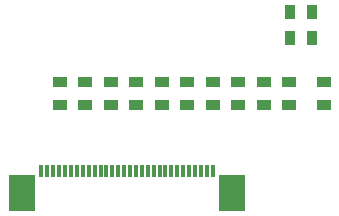
<source format=gtp>
G04 Layer_Color=8421504*
%FSAX25Y25*%
%MOIN*%
G70*
G01*
G75*
%ADD10R,0.05118X0.03543*%
%ADD11R,0.03543X0.05118*%
%ADD12R,0.09055X0.12205*%
%ADD13R,0.01181X0.04331*%
D10*
X0407500Y0347760D02*
D03*
Y0355240D02*
D03*
X0450000Y0355240D02*
D03*
Y0347760D02*
D03*
X0373500Y0347760D02*
D03*
Y0355240D02*
D03*
X0441500Y0355240D02*
D03*
Y0347760D02*
D03*
X0382000Y0347760D02*
D03*
Y0355240D02*
D03*
X0433000Y0355240D02*
D03*
Y0347760D02*
D03*
X0461500Y0347760D02*
D03*
Y0355240D02*
D03*
X0390500Y0347760D02*
D03*
Y0355240D02*
D03*
X0424500Y0355240D02*
D03*
Y0347760D02*
D03*
X0399000Y0347760D02*
D03*
Y0355240D02*
D03*
X0416000Y0347760D02*
D03*
Y0355240D02*
D03*
D11*
X0457740Y0378500D02*
D03*
X0450260D02*
D03*
X0457740Y0370000D02*
D03*
X0450260D02*
D03*
D12*
X0431138Y0318457D02*
D03*
X0360862D02*
D03*
D13*
X0424543Y0325543D02*
D03*
X0422575D02*
D03*
X0420606D02*
D03*
X0418638D02*
D03*
X0416669D02*
D03*
X0414701D02*
D03*
X0412732D02*
D03*
X0410764D02*
D03*
X0408795D02*
D03*
X0406827D02*
D03*
X0404858D02*
D03*
X0402890D02*
D03*
X0400921D02*
D03*
X0398953D02*
D03*
X0396984D02*
D03*
X0395016D02*
D03*
X0393047D02*
D03*
X0391079D02*
D03*
X0389110D02*
D03*
X0387142D02*
D03*
X0385173D02*
D03*
X0383205D02*
D03*
X0381236D02*
D03*
X0379268D02*
D03*
X0377299D02*
D03*
X0375331D02*
D03*
X0373362D02*
D03*
X0371394D02*
D03*
X0369425D02*
D03*
X0367457D02*
D03*
M02*

</source>
